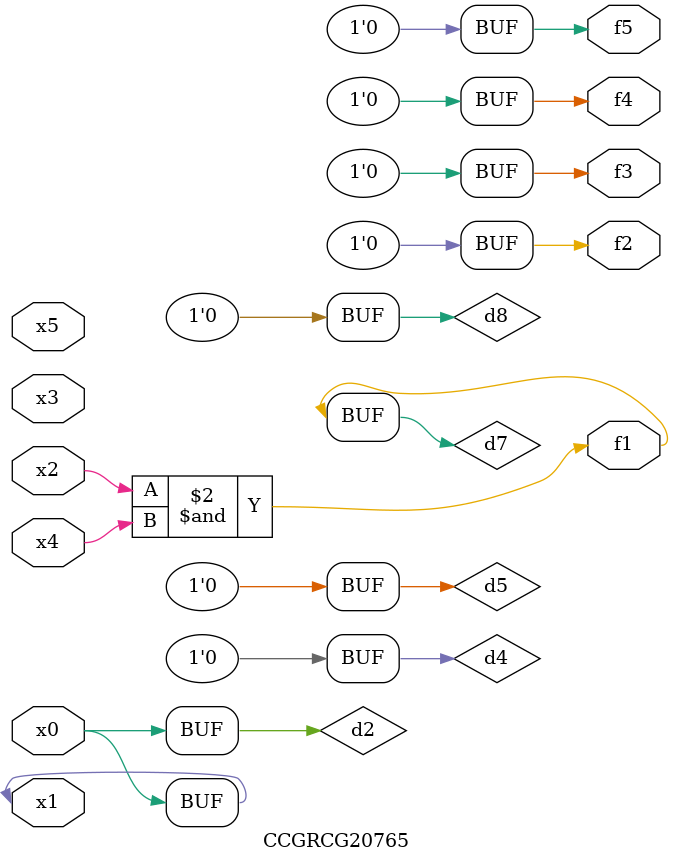
<source format=v>
module CCGRCG20765(
	input x0, x1, x2, x3, x4, x5,
	output f1, f2, f3, f4, f5
);

	wire d1, d2, d3, d4, d5, d6, d7, d8, d9;

	nand (d1, x1);
	buf (d2, x0, x1);
	nand (d3, x2, x4);
	and (d4, d1, d2);
	and (d5, d1, d2);
	nand (d6, d1, d3);
	not (d7, d3);
	xor (d8, d5);
	nor (d9, d5, d6);
	assign f1 = d7;
	assign f2 = d8;
	assign f3 = d8;
	assign f4 = d8;
	assign f5 = d8;
endmodule

</source>
